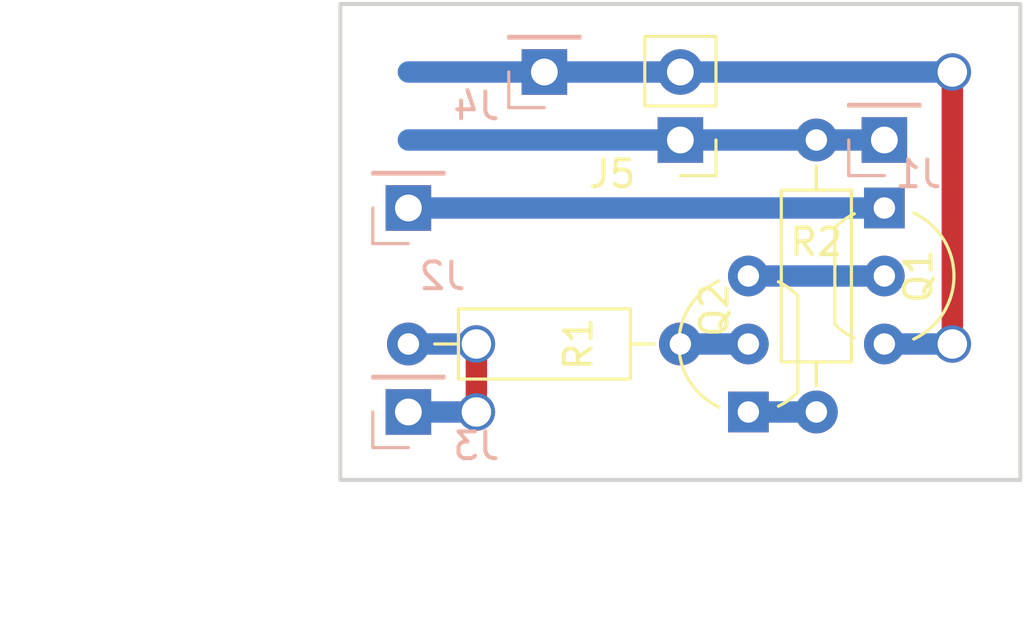
<source format=kicad_pcb>
(kicad_pcb (version 4) (host pcbnew 4.0.7)

  (general
    (links 9)
    (no_connects 0)
    (area 25.324999 17.704999 50.875001 35.635001)
    (thickness 1.6)
    (drawings 14)
    (tracks 19)
    (zones 0)
    (modules 9)
    (nets 8)
  )

  (page A4)
  (title_block
    (title "Voltmeter Clock rev 1 daughter board modification")
    (date 2017-04-02)
    (rev 1)
    (company "By Megasaturnv")
    (comment 1 "For Veroboard / Stripboard")
  )

  (layers
    (0 F.Cu signal)
    (31 B.Cu signal)
    (32 B.Adhes user hide)
    (33 F.Adhes user hide)
    (34 B.Paste user hide)
    (35 F.Paste user hide)
    (36 B.SilkS user)
    (37 F.SilkS user)
    (38 B.Mask user hide)
    (39 F.Mask user hide)
    (40 Dwgs.User user)
    (41 Cmts.User user)
    (42 Eco1.User user hide)
    (43 Eco2.User user hide)
    (44 Edge.Cuts user)
    (45 Margin user hide)
    (46 B.CrtYd user hide)
    (47 F.CrtYd user hide)
    (48 B.Fab user hide)
    (49 F.Fab user hide)
  )

  (setup
    (last_trace_width 0.8)
    (trace_clearance 0.1)
    (zone_clearance 0.508)
    (zone_45_only no)
    (trace_min 0.2)
    (segment_width 0.2)
    (edge_width 0.15)
    (via_size 1.4)
    (via_drill 1.1)
    (via_min_size 0.4)
    (via_min_drill 0.3)
    (uvia_size 0.7)
    (uvia_drill 0.3)
    (uvias_allowed no)
    (uvia_min_size 0.2)
    (uvia_min_drill 0.1)
    (pcb_text_width 0.3)
    (pcb_text_size 1.5 1.5)
    (mod_edge_width 0.15)
    (mod_text_size 1 1)
    (mod_text_width 0.15)
    (pad_size 1.524 1.524)
    (pad_drill 0.762)
    (pad_to_mask_clearance 0.2)
    (aux_axis_origin 0 0)
    (visible_elements 7FFFFFFF)
    (pcbplotparams
      (layerselection 0x00030_80000001)
      (usegerberextensions false)
      (excludeedgelayer true)
      (linewidth 0.100000)
      (plotframeref false)
      (viasonmask false)
      (mode 1)
      (useauxorigin false)
      (hpglpennumber 1)
      (hpglpenspeed 20)
      (hpglpendiameter 15)
      (hpglpenoverlay 2)
      (psnegative false)
      (psa4output false)
      (plotreference true)
      (plotvalue true)
      (plotinvisibletext false)
      (padsonsilk false)
      (subtractmaskfromsilk false)
      (outputformat 1)
      (mirror false)
      (drillshape 1)
      (scaleselection 1)
      (outputdirectory ""))
  )

  (net 0 "")
  (net 1 GND)
  (net 2 /RAW)
  (net 3 /7)
  (net 4 /OUT)
  (net 5 "Net-(Q1-Pad2)")
  (net 6 "Net-(Q2-Pad2)")
  (net 7 "Net-(Q2-Pad1)")

  (net_class Default "This is the default net class."
    (clearance 0.1)
    (trace_width 0.8)
    (via_dia 1.4)
    (via_drill 1.1)
    (uvia_dia 0.7)
    (uvia_drill 0.3)
    (add_net /7)
    (add_net /OUT)
    (add_net /RAW)
    (add_net GND)
    (add_net "Net-(Q1-Pad2)")
    (add_net "Net-(Q2-Pad1)")
    (add_net "Net-(Q2-Pad2)")
  )

  (module Pin_Headers:Pin_Header_Straight_1x01_Pitch2.54mm (layer B.Cu) (tedit 58E0720A) (tstamp 58E05072)
    (at 45.72 22.86)
    (descr "Through hole straight pin header, 1x01, 2.54mm pitch, single row")
    (tags "Through hole pin header THT 1x01 2.54mm single row")
    (path /58E053F8)
    (fp_text reference J1 (at 1.27 1.27) (layer B.SilkS)
      (effects (font (size 1 1) (thickness 0.15)) (justify mirror))
    )
    (fp_text value CONN_GND (at 0 -3.81) (layer B.Fab)
      (effects (font (size 1 1) (thickness 0.15)) (justify mirror))
    )
    (fp_line (start -1.27 1.27) (end -1.27 -1.27) (layer B.Fab) (width 0.1))
    (fp_line (start -1.27 -1.27) (end 1.27 -1.27) (layer B.Fab) (width 0.1))
    (fp_line (start 1.27 -1.27) (end 1.27 1.27) (layer B.Fab) (width 0.1))
    (fp_line (start 1.27 1.27) (end -1.27 1.27) (layer B.Fab) (width 0.1))
    (fp_line (start -1.33 -1.27) (end -1.33 -1.33) (layer B.SilkS) (width 0.12))
    (fp_line (start -1.33 -1.33) (end 1.33 -1.33) (layer B.SilkS) (width 0.12))
    (fp_line (start 1.33 -1.33) (end 1.33 -1.27) (layer B.SilkS) (width 0.12))
    (fp_line (start 1.33 -1.27) (end -1.33 -1.27) (layer B.SilkS) (width 0.12))
    (fp_line (start -1.33 0) (end -1.33 1.33) (layer B.SilkS) (width 0.12))
    (fp_line (start -1.33 1.33) (end 0 1.33) (layer B.SilkS) (width 0.12))
    (fp_line (start -1.8 1.8) (end -1.8 -1.8) (layer B.CrtYd) (width 0.05))
    (fp_line (start -1.8 -1.8) (end 1.8 -1.8) (layer B.CrtYd) (width 0.05))
    (fp_line (start 1.8 -1.8) (end 1.8 1.8) (layer B.CrtYd) (width 0.05))
    (fp_line (start 1.8 1.8) (end -1.8 1.8) (layer B.CrtYd) (width 0.05))
    (fp_text user %R (at 1.27 2.54) (layer B.Fab)
      (effects (font (size 1 1) (thickness 0.15)) (justify mirror))
    )
    (pad 1 thru_hole rect (at 0 0) (size 1.7 1.7) (drill 1) (layers *.Cu *.Mask)
      (net 1 GND))
    (model ${KISYS3DMOD}/Pin_Headers.3dshapes/Pin_Header_Straight_1x01_Pitch2.54mm.wrl
      (at (xyz 0 0 0))
      (scale (xyz 1 1 1))
      (rotate (xyz 0 0 90))
    )
  )

  (module Pin_Headers:Pin_Header_Straight_1x01_Pitch2.54mm (layer B.Cu) (tedit 58E06E7C) (tstamp 58E05077)
    (at 27.94 25.4)
    (descr "Through hole straight pin header, 1x01, 2.54mm pitch, single row")
    (tags "Through hole pin header THT 1x01 2.54mm single row")
    (path /58E05254)
    (fp_text reference J2 (at 1.27 2.54) (layer B.SilkS)
      (effects (font (size 1 1) (thickness 0.15)) (justify mirror))
    )
    (fp_text value CONN_RAW (at -3.81 -1.27 90) (layer B.Fab)
      (effects (font (size 1 1) (thickness 0.15)) (justify mirror))
    )
    (fp_line (start -1.27 1.27) (end -1.27 -1.27) (layer B.Fab) (width 0.1))
    (fp_line (start -1.27 -1.27) (end 1.27 -1.27) (layer B.Fab) (width 0.1))
    (fp_line (start 1.27 -1.27) (end 1.27 1.27) (layer B.Fab) (width 0.1))
    (fp_line (start 1.27 1.27) (end -1.27 1.27) (layer B.Fab) (width 0.1))
    (fp_line (start -1.33 -1.27) (end -1.33 -1.33) (layer B.SilkS) (width 0.12))
    (fp_line (start -1.33 -1.33) (end 1.33 -1.33) (layer B.SilkS) (width 0.12))
    (fp_line (start 1.33 -1.33) (end 1.33 -1.27) (layer B.SilkS) (width 0.12))
    (fp_line (start 1.33 -1.27) (end -1.33 -1.27) (layer B.SilkS) (width 0.12))
    (fp_line (start -1.33 0) (end -1.33 1.33) (layer B.SilkS) (width 0.12))
    (fp_line (start -1.33 1.33) (end 0 1.33) (layer B.SilkS) (width 0.12))
    (fp_line (start -1.8 1.8) (end -1.8 -1.8) (layer B.CrtYd) (width 0.05))
    (fp_line (start -1.8 -1.8) (end 1.8 -1.8) (layer B.CrtYd) (width 0.05))
    (fp_line (start 1.8 -1.8) (end 1.8 1.8) (layer B.CrtYd) (width 0.05))
    (fp_line (start 1.8 1.8) (end -1.8 1.8) (layer B.CrtYd) (width 0.05))
    (fp_text user %R (at 0 2.33) (layer B.Fab)
      (effects (font (size 1 1) (thickness 0.15)) (justify mirror))
    )
    (pad 1 thru_hole rect (at 0 0) (size 1.7 1.7) (drill 1) (layers *.Cu *.Mask)
      (net 2 /RAW))
    (model ${KISYS3DMOD}/Pin_Headers.3dshapes/Pin_Header_Straight_1x01_Pitch2.54mm.wrl
      (at (xyz 0 0 0))
      (scale (xyz 1 1 1))
      (rotate (xyz 0 0 90))
    )
  )

  (module Pin_Headers:Pin_Header_Straight_1x01_Pitch2.54mm (layer B.Cu) (tedit 58E06EDB) (tstamp 58E0507C)
    (at 27.94 33.02)
    (descr "Through hole straight pin header, 1x01, 2.54mm pitch, single row")
    (tags "Through hole pin header THT 1x01 2.54mm single row")
    (path /58E0536A)
    (fp_text reference J3 (at 2.54 1.27) (layer B.SilkS)
      (effects (font (size 1 1) (thickness 0.15)) (justify mirror))
    )
    (fp_text value CONN_PIN7 (at -3.81 0 90) (layer B.Fab)
      (effects (font (size 1 1) (thickness 0.15)) (justify mirror))
    )
    (fp_line (start -1.27 1.27) (end -1.27 -1.27) (layer B.Fab) (width 0.1))
    (fp_line (start -1.27 -1.27) (end 1.27 -1.27) (layer B.Fab) (width 0.1))
    (fp_line (start 1.27 -1.27) (end 1.27 1.27) (layer B.Fab) (width 0.1))
    (fp_line (start 1.27 1.27) (end -1.27 1.27) (layer B.Fab) (width 0.1))
    (fp_line (start -1.33 -1.27) (end -1.33 -1.33) (layer B.SilkS) (width 0.12))
    (fp_line (start -1.33 -1.33) (end 1.33 -1.33) (layer B.SilkS) (width 0.12))
    (fp_line (start 1.33 -1.33) (end 1.33 -1.27) (layer B.SilkS) (width 0.12))
    (fp_line (start 1.33 -1.27) (end -1.33 -1.27) (layer B.SilkS) (width 0.12))
    (fp_line (start -1.33 0) (end -1.33 1.33) (layer B.SilkS) (width 0.12))
    (fp_line (start -1.33 1.33) (end 0 1.33) (layer B.SilkS) (width 0.12))
    (fp_line (start -1.8 1.8) (end -1.8 -1.8) (layer B.CrtYd) (width 0.05))
    (fp_line (start -1.8 -1.8) (end 1.8 -1.8) (layer B.CrtYd) (width 0.05))
    (fp_line (start 1.8 -1.8) (end 1.8 1.8) (layer B.CrtYd) (width 0.05))
    (fp_line (start 1.8 1.8) (end -1.8 1.8) (layer B.CrtYd) (width 0.05))
    (fp_text user %R (at 0 2.33) (layer B.Fab)
      (effects (font (size 1 1) (thickness 0.15)) (justify mirror))
    )
    (pad 1 thru_hole rect (at 0 0) (size 1.7 1.7) (drill 1) (layers *.Cu *.Mask)
      (net 3 /7))
    (model ${KISYS3DMOD}/Pin_Headers.3dshapes/Pin_Header_Straight_1x01_Pitch2.54mm.wrl
      (at (xyz 0 0 0))
      (scale (xyz 1 1 1))
      (rotate (xyz 0 0 90))
    )
  )

  (module Pin_Headers:Pin_Header_Straight_1x01_Pitch2.54mm (layer B.Cu) (tedit 58E06E7E) (tstamp 58E05081)
    (at 33.02 20.32)
    (descr "Through hole straight pin header, 1x01, 2.54mm pitch, single row")
    (tags "Through hole pin header THT 1x01 2.54mm single row")
    (path /58E05167)
    (fp_text reference J4 (at -2.54 1.27) (layer B.SilkS)
      (effects (font (size 1 1) (thickness 0.15)) (justify mirror))
    )
    (fp_text value CONN_OUT (at -2.54 -3.81) (layer B.Fab)
      (effects (font (size 1 1) (thickness 0.15)) (justify mirror))
    )
    (fp_line (start -1.27 1.27) (end -1.27 -1.27) (layer B.Fab) (width 0.1))
    (fp_line (start -1.27 -1.27) (end 1.27 -1.27) (layer B.Fab) (width 0.1))
    (fp_line (start 1.27 -1.27) (end 1.27 1.27) (layer B.Fab) (width 0.1))
    (fp_line (start 1.27 1.27) (end -1.27 1.27) (layer B.Fab) (width 0.1))
    (fp_line (start -1.33 -1.27) (end -1.33 -1.33) (layer B.SilkS) (width 0.12))
    (fp_line (start -1.33 -1.33) (end 1.33 -1.33) (layer B.SilkS) (width 0.12))
    (fp_line (start 1.33 -1.33) (end 1.33 -1.27) (layer B.SilkS) (width 0.12))
    (fp_line (start 1.33 -1.27) (end -1.33 -1.27) (layer B.SilkS) (width 0.12))
    (fp_line (start -1.33 0) (end -1.33 1.33) (layer B.SilkS) (width 0.12))
    (fp_line (start -1.33 1.33) (end 0 1.33) (layer B.SilkS) (width 0.12))
    (fp_line (start -1.8 1.8) (end -1.8 -1.8) (layer B.CrtYd) (width 0.05))
    (fp_line (start -1.8 -1.8) (end 1.8 -1.8) (layer B.CrtYd) (width 0.05))
    (fp_line (start 1.8 -1.8) (end 1.8 1.8) (layer B.CrtYd) (width 0.05))
    (fp_line (start 1.8 1.8) (end -1.8 1.8) (layer B.CrtYd) (width 0.05))
    (fp_text user %R (at -2.54 0) (layer B.Fab)
      (effects (font (size 1 1) (thickness 0.15)) (justify mirror))
    )
    (pad 1 thru_hole rect (at 0 0) (size 1.7 1.7) (drill 1) (layers *.Cu *.Mask)
      (net 4 /OUT))
    (model ${KISYS3DMOD}/Pin_Headers.3dshapes/Pin_Header_Straight_1x01_Pitch2.54mm.wrl
      (at (xyz 0 0 0))
      (scale (xyz 1 1 1))
      (rotate (xyz 0 0 90))
    )
  )

  (module Pin_Headers:Pin_Header_Straight_1x02_Pitch2.54mm (layer F.Cu) (tedit 58E06EAB) (tstamp 58E05087)
    (at 38.1 22.86 180)
    (descr "Through hole straight pin header, 1x02, 2.54mm pitch, single row")
    (tags "Through hole pin header THT 1x02 2.54mm single row")
    (path /58E04EBE)
    (fp_text reference J5 (at 2.54 -1.27 180) (layer F.SilkS)
      (effects (font (size 1 1) (thickness 0.15)))
    )
    (fp_text value CONN_01X02 (at -1.27 6.35 180) (layer F.Fab)
      (effects (font (size 1 1) (thickness 0.15)))
    )
    (fp_line (start -1.27 -1.27) (end -1.27 3.81) (layer F.Fab) (width 0.1))
    (fp_line (start -1.27 3.81) (end 1.27 3.81) (layer F.Fab) (width 0.1))
    (fp_line (start 1.27 3.81) (end 1.27 -1.27) (layer F.Fab) (width 0.1))
    (fp_line (start 1.27 -1.27) (end -1.27 -1.27) (layer F.Fab) (width 0.1))
    (fp_line (start -1.33 1.27) (end -1.33 3.87) (layer F.SilkS) (width 0.12))
    (fp_line (start -1.33 3.87) (end 1.33 3.87) (layer F.SilkS) (width 0.12))
    (fp_line (start 1.33 3.87) (end 1.33 1.27) (layer F.SilkS) (width 0.12))
    (fp_line (start 1.33 1.27) (end -1.33 1.27) (layer F.SilkS) (width 0.12))
    (fp_line (start -1.33 0) (end -1.33 -1.33) (layer F.SilkS) (width 0.12))
    (fp_line (start -1.33 -1.33) (end 0 -1.33) (layer F.SilkS) (width 0.12))
    (fp_line (start -1.8 -1.8) (end -1.8 4.35) (layer F.CrtYd) (width 0.05))
    (fp_line (start -1.8 4.35) (end 1.8 4.35) (layer F.CrtYd) (width 0.05))
    (fp_line (start 1.8 4.35) (end 1.8 -1.8) (layer F.CrtYd) (width 0.05))
    (fp_line (start 1.8 -1.8) (end -1.8 -1.8) (layer F.CrtYd) (width 0.05))
    (fp_text user %R (at 0 -2.33 180) (layer F.Fab)
      (effects (font (size 1 1) (thickness 0.15)))
    )
    (pad 1 thru_hole rect (at 0 0 180) (size 1.7 1.7) (drill 1) (layers *.Cu *.Mask)
      (net 1 GND))
    (pad 2 thru_hole oval (at 0 2.54 180) (size 1.7 1.7) (drill 1) (layers *.Cu *.Mask)
      (net 4 /OUT))
    (model ${KISYS3DMOD}/Pin_Headers.3dshapes/Pin_Header_Straight_1x02_Pitch2.54mm.wrl
      (at (xyz 0 -0.05 0))
      (scale (xyz 1 1 1))
      (rotate (xyz 0 0 90))
    )
  )

  (module TO_SOT_Packages_THT:TO-92_Inline_Wide (layer F.Cu) (tedit 58E06DD6) (tstamp 58E0508E)
    (at 45.72 25.4 270)
    (descr "TO-92 leads in-line, wide, drill 0.8mm (see NXP sot054_po.pdf)")
    (tags "to-92 sc-43 sc-43a sot54 PA33 transistor")
    (path /58E04C38)
    (fp_text reference Q1 (at 2.54 -1.27 450) (layer F.SilkS)
      (effects (font (size 1 1) (thickness 0.15)))
    )
    (fp_text value Q_PNP_EBC (at 2.54 -6.35 270) (layer F.Fab)
      (effects (font (size 1 1) (thickness 0.15)))
    )
    (fp_text user %R (at 2.54 -1.27 450) (layer F.Fab)
      (effects (font (size 1 1) (thickness 0.15)))
    )
    (fp_line (start 0.74 1.85) (end 4.34 1.85) (layer F.SilkS) (width 0.12))
    (fp_line (start 0.8 1.75) (end 4.3 1.75) (layer F.Fab) (width 0.1))
    (fp_line (start -1.01 -2.73) (end 6.09 -2.73) (layer F.CrtYd) (width 0.05))
    (fp_line (start -1.01 -2.73) (end -1.01 2.01) (layer F.CrtYd) (width 0.05))
    (fp_line (start 6.09 2.01) (end 6.09 -2.73) (layer F.CrtYd) (width 0.05))
    (fp_line (start 6.09 2.01) (end -1.01 2.01) (layer F.CrtYd) (width 0.05))
    (fp_arc (start 2.54 0) (end 0.74 1.85) (angle 20) (layer F.SilkS) (width 0.12))
    (fp_arc (start 2.54 0) (end 2.54 -2.6) (angle -65) (layer F.SilkS) (width 0.12))
    (fp_arc (start 2.54 0) (end 2.54 -2.6) (angle 65) (layer F.SilkS) (width 0.12))
    (fp_arc (start 2.54 0) (end 2.54 -2.48) (angle 135) (layer F.Fab) (width 0.1))
    (fp_arc (start 2.54 0) (end 2.54 -2.48) (angle -135) (layer F.Fab) (width 0.1))
    (fp_arc (start 2.54 0) (end 4.34 1.85) (angle -20) (layer F.SilkS) (width 0.12))
    (pad 2 thru_hole circle (at 2.54 0) (size 1.52 1.52) (drill 0.8) (layers *.Cu *.Mask)
      (net 5 "Net-(Q1-Pad2)"))
    (pad 3 thru_hole circle (at 5.08 0) (size 1.52 1.52) (drill 0.8) (layers *.Cu *.Mask)
      (net 4 /OUT))
    (pad 1 thru_hole rect (at 0 0) (size 1.52 1.52) (drill 0.8) (layers *.Cu *.Mask)
      (net 2 /RAW))
    (model ${KISYS3DMOD}/TO_SOT_Packages_THT.3dshapes/TO-92_Inline_Wide.wrl
      (at (xyz 0.1 0 0))
      (scale (xyz 1 1 1))
      (rotate (xyz 0 0 -90))
    )
  )

  (module TO_SOT_Packages_THT:TO-92_Inline_Wide (layer F.Cu) (tedit 58E06E95) (tstamp 58E05095)
    (at 40.64 33.02 90)
    (descr "TO-92 leads in-line, wide, drill 0.8mm (see NXP sot054_po.pdf)")
    (tags "to-92 sc-43 sc-43a sot54 PA33 transistor")
    (path /58E04BFB)
    (fp_text reference Q2 (at 3.81 -1.27 270) (layer F.SilkS)
      (effects (font (size 1 1) (thickness 0.15)))
    )
    (fp_text value Q_NPN_EBC_2N3904 (at -3.81 0 180) (layer F.Fab)
      (effects (font (size 1 1) (thickness 0.15)))
    )
    (fp_text user %R (at 0 -3.81 270) (layer F.Fab)
      (effects (font (size 1 1) (thickness 0.15)))
    )
    (fp_line (start 0.74 1.85) (end 4.34 1.85) (layer F.SilkS) (width 0.12))
    (fp_line (start 0.8 1.75) (end 4.3 1.75) (layer F.Fab) (width 0.1))
    (fp_line (start -1.01 -2.73) (end 6.09 -2.73) (layer F.CrtYd) (width 0.05))
    (fp_line (start -1.01 -2.73) (end -1.01 2.01) (layer F.CrtYd) (width 0.05))
    (fp_line (start 6.09 2.01) (end 6.09 -2.73) (layer F.CrtYd) (width 0.05))
    (fp_line (start 6.09 2.01) (end -1.01 2.01) (layer F.CrtYd) (width 0.05))
    (fp_arc (start 2.54 0) (end 0.74 1.85) (angle 20) (layer F.SilkS) (width 0.12))
    (fp_arc (start 2.54 0) (end 2.54 -2.6) (angle -65) (layer F.SilkS) (width 0.12))
    (fp_arc (start 2.54 0) (end 2.54 -2.6) (angle 65) (layer F.SilkS) (width 0.12))
    (fp_arc (start 2.54 0) (end 2.54 -2.48) (angle 135) (layer F.Fab) (width 0.1))
    (fp_arc (start 2.54 0) (end 2.54 -2.48) (angle -135) (layer F.Fab) (width 0.1))
    (fp_arc (start 2.54 0) (end 4.34 1.85) (angle -20) (layer F.SilkS) (width 0.12))
    (pad 2 thru_hole circle (at 2.54 0 180) (size 1.52 1.52) (drill 0.8) (layers *.Cu *.Mask)
      (net 6 "Net-(Q2-Pad2)"))
    (pad 3 thru_hole circle (at 5.08 0 180) (size 1.52 1.52) (drill 0.8) (layers *.Cu *.Mask)
      (net 5 "Net-(Q1-Pad2)"))
    (pad 1 thru_hole rect (at 0 0 180) (size 1.52 1.52) (drill 0.8) (layers *.Cu *.Mask)
      (net 7 "Net-(Q2-Pad1)"))
    (model ${KISYS3DMOD}/TO_SOT_Packages_THT.3dshapes/TO-92_Inline_Wide.wrl
      (at (xyz 0.1 0 0))
      (scale (xyz 1 1 1))
      (rotate (xyz 0 0 -90))
    )
  )

  (module Resistors_THT:R_Axial_DIN0207_L6.3mm_D2.5mm_P10.16mm_Horizontal (layer F.Cu) (tedit 58E0711E) (tstamp 58E0509B)
    (at 27.94 30.48)
    (descr "Resistor, Axial_DIN0207 series, Axial, Horizontal, pin pitch=10.16mm, 0.25W = 1/4W, length*diameter=6.3*2.5mm^2, http://cdn-reichelt.de/documents/datenblatt/B400/1_4W%23YAG.pdf")
    (tags "Resistor Axial_DIN0207 series Axial Horizontal pin pitch 10.16mm 0.25W = 1/4W length 6.3mm diameter 2.5mm")
    (path /58E04BA3)
    (fp_text reference R1 (at 6.35 0 90) (layer F.SilkS)
      (effects (font (size 1 1) (thickness 0.15)))
    )
    (fp_text value 100kR-500kR (at 8.89 3.81) (layer F.Fab)
      (effects (font (size 1 1) (thickness 0.15)))
    )
    (fp_line (start 1.93 -1.25) (end 1.93 1.25) (layer F.Fab) (width 0.1))
    (fp_line (start 1.93 1.25) (end 8.23 1.25) (layer F.Fab) (width 0.1))
    (fp_line (start 8.23 1.25) (end 8.23 -1.25) (layer F.Fab) (width 0.1))
    (fp_line (start 8.23 -1.25) (end 1.93 -1.25) (layer F.Fab) (width 0.1))
    (fp_line (start 0 0) (end 1.93 0) (layer F.Fab) (width 0.1))
    (fp_line (start 10.16 0) (end 8.23 0) (layer F.Fab) (width 0.1))
    (fp_line (start 1.87 -1.31) (end 1.87 1.31) (layer F.SilkS) (width 0.12))
    (fp_line (start 1.87 1.31) (end 8.29 1.31) (layer F.SilkS) (width 0.12))
    (fp_line (start 8.29 1.31) (end 8.29 -1.31) (layer F.SilkS) (width 0.12))
    (fp_line (start 8.29 -1.31) (end 1.87 -1.31) (layer F.SilkS) (width 0.12))
    (fp_line (start 0.98 0) (end 1.87 0) (layer F.SilkS) (width 0.12))
    (fp_line (start 9.18 0) (end 8.29 0) (layer F.SilkS) (width 0.12))
    (fp_line (start -1.05 -1.6) (end -1.05 1.6) (layer F.CrtYd) (width 0.05))
    (fp_line (start -1.05 1.6) (end 11.25 1.6) (layer F.CrtYd) (width 0.05))
    (fp_line (start 11.25 1.6) (end 11.25 -1.6) (layer F.CrtYd) (width 0.05))
    (fp_line (start 11.25 -1.6) (end -1.05 -1.6) (layer F.CrtYd) (width 0.05))
    (pad 1 thru_hole circle (at 0 0) (size 1.6 1.6) (drill 0.8) (layers *.Cu *.Mask)
      (net 3 /7))
    (pad 2 thru_hole oval (at 10.16 0) (size 1.6 1.6) (drill 0.8) (layers *.Cu *.Mask)
      (net 6 "Net-(Q2-Pad2)"))
    (model Resistors_THT.3dshapes/R_Axial_DIN0207_L6.3mm_D2.5mm_P10.16mm_Horizontal.wrl
      (at (xyz 0 0 0))
      (scale (xyz 0.393701 0.393701 0.393701))
      (rotate (xyz 0 0 0))
    )
  )

  (module Resistors_THT:R_Axial_DIN0207_L6.3mm_D2.5mm_P10.16mm_Horizontal (layer F.Cu) (tedit 58E055B2) (tstamp 58E050A1)
    (at 43.18 22.86 270)
    (descr "Resistor, Axial_DIN0207 series, Axial, Horizontal, pin pitch=10.16mm, 0.25W = 1/4W, length*diameter=6.3*2.5mm^2, http://cdn-reichelt.de/documents/datenblatt/B400/1_4W%23YAG.pdf")
    (tags "Resistor Axial_DIN0207 series Axial Horizontal pin pitch 10.16mm 0.25W = 1/4W length 6.3mm diameter 2.5mm")
    (path /58E04BBE)
    (fp_text reference R2 (at 3.81 0 360) (layer F.SilkS)
      (effects (font (size 1 1) (thickness 0.15)))
    )
    (fp_text value 1kR-22kR (at 1.27 2.54 360) (layer F.Fab)
      (effects (font (size 1 1) (thickness 0.15)))
    )
    (fp_line (start 1.93 -1.25) (end 1.93 1.25) (layer F.Fab) (width 0.1))
    (fp_line (start 1.93 1.25) (end 8.23 1.25) (layer F.Fab) (width 0.1))
    (fp_line (start 8.23 1.25) (end 8.23 -1.25) (layer F.Fab) (width 0.1))
    (fp_line (start 8.23 -1.25) (end 1.93 -1.25) (layer F.Fab) (width 0.1))
    (fp_line (start 0 0) (end 1.93 0) (layer F.Fab) (width 0.1))
    (fp_line (start 10.16 0) (end 8.23 0) (layer F.Fab) (width 0.1))
    (fp_line (start 1.87 -1.31) (end 1.87 1.31) (layer F.SilkS) (width 0.12))
    (fp_line (start 1.87 1.31) (end 8.29 1.31) (layer F.SilkS) (width 0.12))
    (fp_line (start 8.29 1.31) (end 8.29 -1.31) (layer F.SilkS) (width 0.12))
    (fp_line (start 8.29 -1.31) (end 1.87 -1.31) (layer F.SilkS) (width 0.12))
    (fp_line (start 0.98 0) (end 1.87 0) (layer F.SilkS) (width 0.12))
    (fp_line (start 9.18 0) (end 8.29 0) (layer F.SilkS) (width 0.12))
    (fp_line (start -1.05 -1.6) (end -1.05 1.6) (layer F.CrtYd) (width 0.05))
    (fp_line (start -1.05 1.6) (end 11.25 1.6) (layer F.CrtYd) (width 0.05))
    (fp_line (start 11.25 1.6) (end 11.25 -1.6) (layer F.CrtYd) (width 0.05))
    (fp_line (start 11.25 -1.6) (end -1.05 -1.6) (layer F.CrtYd) (width 0.05))
    (pad 1 thru_hole circle (at 0 0 270) (size 1.6 1.6) (drill 0.8) (layers *.Cu *.Mask)
      (net 1 GND))
    (pad 2 thru_hole oval (at 10.16 0 270) (size 1.6 1.6) (drill 0.8) (layers *.Cu *.Mask)
      (net 7 "Net-(Q2-Pad1)"))
    (model Resistors_THT.3dshapes/R_Axial_DIN0207_L6.3mm_D2.5mm_P10.16mm_Horizontal.wrl
      (at (xyz 0 0 0))
      (scale (xyz 0.393701 0.393701 0.393701))
      (rotate (xyz 0 0 0))
    )
  )

  (dimension 25.4 (width 0.3) (layer Cmts.User)
    (gr_text "25.400 mm" (at 38.1 41.99) (layer Cmts.User)
      (effects (font (size 1.5 1.5) (thickness 0.3)))
    )
    (feature1 (pts (xy 50.8 38.1) (xy 50.8 43.34)))
    (feature2 (pts (xy 25.4 38.1) (xy 25.4 43.34)))
    (crossbar (pts (xy 25.4 40.64) (xy 50.8 40.64)))
    (arrow1a (pts (xy 50.8 40.64) (xy 49.673496 41.226421)))
    (arrow1b (pts (xy 50.8 40.64) (xy 49.673496 40.053579)))
    (arrow2a (pts (xy 25.4 40.64) (xy 26.526504 41.226421)))
    (arrow2b (pts (xy 25.4 40.64) (xy 26.526504 40.053579)))
  )
  (dimension 17.78 (width 0.3) (layer Cmts.User)
    (gr_text "17.780 mm" (at 18.97 26.67 270) (layer Cmts.User)
      (effects (font (size 1.5 1.5) (thickness 0.3)))
    )
    (feature1 (pts (xy 22.86 35.56) (xy 17.62 35.56)))
    (feature2 (pts (xy 22.86 17.78) (xy 17.62 17.78)))
    (crossbar (pts (xy 20.32 17.78) (xy 20.32 35.56)))
    (arrow1a (pts (xy 20.32 35.56) (xy 19.733579 34.433496)))
    (arrow1b (pts (xy 20.32 35.56) (xy 20.906421 34.433496)))
    (arrow2a (pts (xy 20.32 17.78) (xy 19.733579 18.906504)))
    (arrow2b (pts (xy 20.32 17.78) (xy 20.906421 18.906504)))
  )
  (gr_line (start 50.8 17.78) (end 25.4 17.78) (angle 90) (layer Edge.Cuts) (width 0.15))
  (gr_line (start 25.4 35.56) (end 25.4 17.78) (angle 90) (layer Edge.Cuts) (width 0.15))
  (gr_line (start 50.8 35.56) (end 25.4 35.56) (angle 90) (layer Edge.Cuts) (width 0.15))
  (gr_line (start 50.8 17.78) (end 50.8 35.56) (angle 90) (layer Edge.Cuts) (width 0.15))
  (gr_line (start 42.545 31.115) (end 43.815 29.845) (angle 90) (layer Dwgs.User) (width 0.2) (tstamp 58E058C1))
  (gr_line (start 42.545 29.845) (end 43.815 31.115) (angle 90) (layer Dwgs.User) (width 0.2) (tstamp 58E058BD))
  (gr_line (start 32.385 31.115) (end 33.655 29.845) (angle 90) (layer Dwgs.User) (width 0.2) (tstamp 58E05883))
  (gr_line (start 32.385 29.845) (end 33.655 31.115) (angle 90) (layer Dwgs.User) (width 0.2) (tstamp 58E05881))
  (gr_line (start 32.385 32.385) (end 33.655 33.655) (angle 90) (layer Dwgs.User) (width 0.2) (tstamp 58E05878))
  (gr_line (start 32.385 33.655) (end 33.655 32.385) (angle 90) (layer Dwgs.User) (width 0.2) (tstamp 58E05876))
  (gr_line (start 32.385 27.305) (end 33.655 28.575) (angle 90) (layer Dwgs.User) (width 0.2) (tstamp 58E0585B))
  (gr_line (start 32.385 28.575) (end 33.655 27.305) (angle 90) (layer Dwgs.User) (width 0.2) (tstamp 58E05859))

  (segment (start 45.72 22.86) (end 43.18 22.86) (width 0.8) (layer B.Cu) (net 1))
  (segment (start 43.18 22.86) (end 38.1 22.86) (width 0.8) (layer B.Cu) (net 1) (tstamp 58E071FD))
  (segment (start 38.1 22.86) (end 27.94 22.86) (width 0.8) (layer B.Cu) (net 1))
  (segment (start 45.72 25.4) (end 27.94 25.4) (width 0.8) (layer B.Cu) (net 2))
  (segment (start 27.94 30.48) (end 30.48 30.48) (width 0.8) (layer B.Cu) (net 3))
  (segment (start 30.48 33.02) (end 27.94 33.02) (width 0.8) (layer B.Cu) (net 3) (tstamp 58E06CD8))
  (via (at 30.48 33.02) (size 1.4) (drill 1.1) (layers F.Cu B.Cu) (net 3))
  (segment (start 30.48 30.48) (end 30.48 33.02) (width 0.8) (layer F.Cu) (net 3) (tstamp 58E06CD5))
  (via (at 30.48 30.48) (size 1.4) (drill 1.1) (layers F.Cu B.Cu) (net 3))
  (segment (start 33.02 20.32) (end 27.94 20.32) (width 0.8) (layer B.Cu) (net 4))
  (segment (start 45.72 30.48) (end 48.26 30.48) (width 0.8) (layer B.Cu) (net 4))
  (via (at 48.26 30.48) (size 1.4) (drill 1.1) (layers F.Cu B.Cu) (net 4))
  (segment (start 48.26 30.48) (end 48.26 20.32) (width 0.8) (layer F.Cu) (net 4) (tstamp 58E054AA))
  (via (at 48.26 20.32) (size 1.4) (drill 1.1) (layers F.Cu B.Cu) (net 4))
  (segment (start 48.26 20.32) (end 38.1 20.32) (width 0.8) (layer B.Cu) (net 4) (tstamp 58E054AD))
  (segment (start 33.02 20.32) (end 38.1 20.32) (width 0.8) (layer B.Cu) (net 4))
  (segment (start 40.64 27.94) (end 45.72 27.94) (width 0.8) (layer B.Cu) (net 5) (status 20))
  (segment (start 38.1 30.48) (end 40.64 30.48) (width 0.8) (layer B.Cu) (net 6) (status 10))
  (segment (start 43.18 33.02) (end 40.64 33.02) (width 0.8) (layer B.Cu) (net 7) (status 20))

)

</source>
